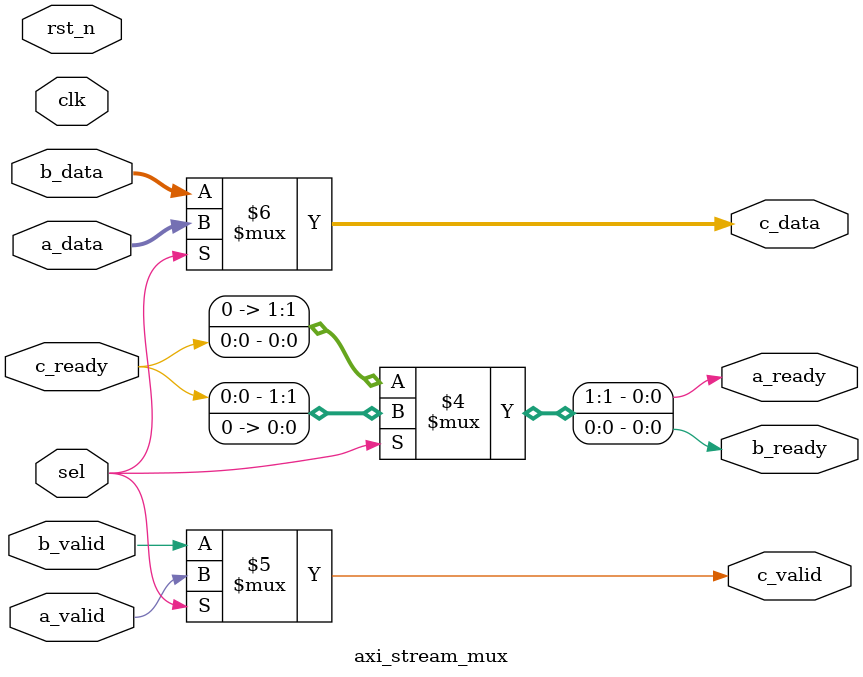
<source format=v>
module axi_stream_mux #(
        parameter DATA_WD = 4
    )(
        input                       sel,    
        input                       clk,
        input                       rst_n,

        input                       a_valid,
        input  [DATA_WD - 1 : 0]    a_data,
        output                      a_ready,

        input                       b_valid,
        input  [DATA_WD - 1 : 0]    b_data,
        output                      b_ready,

        output                      c_valid,
        output [DATA_WD - 1 : 0]    c_data,
        input                       c_ready
    );
    
    wire    c_fire  = c_ready && c_valid;
    wire    a_fire  = a_ready && a_valid;
    wire    b_fire  = b_ready && b_valid;

    assign {a_ready, b_ready} = sel ? {c_ready, 1'b0} : {1'b0, c_ready};

    assign            c_valid = sel ? a_valid : b_valid;

    assign             c_data = sel ? a_data  : b_data;
endmodule

</source>
